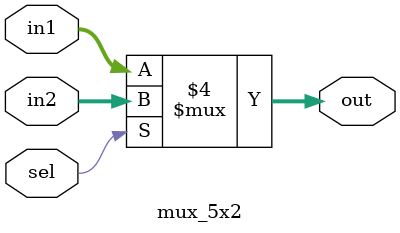
<source format=v>

module mux_5x2(in1, in2, sel, out);

input  [4:0] in1,in2;
input sel;
output reg [4:0] out;

always @(sel or in1 or in2)
begin
if(sel==0)
   out=in1;
else
   out=in2;
end

endmodule

</source>
